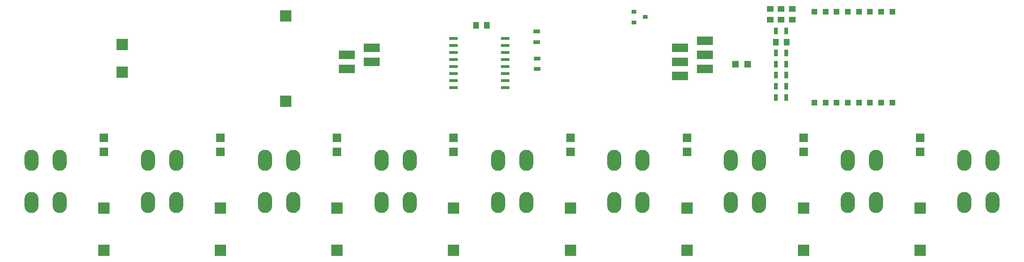
<source format=gbr>
G04 #@! TF.FileFunction,Soldermask,Top*
%FSLAX46Y46*%
G04 Gerber Fmt 4.6, Leading zero omitted, Abs format (unit mm)*
G04 Created by KiCad (PCBNEW 4.0.7-e2-6376~58~ubuntu16.04.1) date Thu Jul 12 19:01:00 2018*
%MOMM*%
%LPD*%
G01*
G04 APERTURE LIST*
%ADD10C,0.100000*%
%ADD11O,2.540000X3.810000*%
%ADD12R,1.500000X0.600000*%
%ADD13R,2.000000X2.000000*%
%ADD14R,1.000000X1.000000*%
%ADD15R,1.500000X1.500000*%
%ADD16R,3.000000X1.500000*%
%ADD17R,1.250000X1.000000*%
%ADD18R,1.000000X1.250000*%
%ADD19R,1.200000X1.200000*%
%ADD20R,0.900000X0.800000*%
%ADD21R,0.700000X1.300000*%
%ADD22R,1.300000X0.700000*%
G04 APERTURE END LIST*
D10*
D11*
X52920000Y-118380000D03*
X52920000Y-126000000D03*
X58000000Y-118380000D03*
X58000000Y-126000000D03*
X73920000Y-118380000D03*
X73920000Y-126000000D03*
X79000000Y-118380000D03*
X79000000Y-126000000D03*
X95000000Y-118380000D03*
X95000000Y-126000000D03*
X100080000Y-118380000D03*
X100080000Y-126000000D03*
X116000000Y-118380000D03*
X116000000Y-126000000D03*
X121080000Y-118380000D03*
X121080000Y-126000000D03*
X137000000Y-118380000D03*
X137000000Y-126000000D03*
X142080000Y-118380000D03*
X142080000Y-126000000D03*
X157920000Y-118380000D03*
X157920000Y-126000000D03*
X163000000Y-118380000D03*
X163000000Y-126000000D03*
X178920000Y-118380000D03*
X178920000Y-126000000D03*
X184000000Y-118380000D03*
X184000000Y-126000000D03*
X200000000Y-118380000D03*
X200000000Y-126000000D03*
X205080000Y-118380000D03*
X205080000Y-126000000D03*
X221000000Y-118380000D03*
X221000000Y-126000000D03*
X226080000Y-118380000D03*
X226080000Y-126000000D03*
D12*
X129000000Y-96380000D03*
X129000000Y-97650000D03*
X129000000Y-98920000D03*
X129000000Y-100190000D03*
X129000000Y-101460000D03*
X129000000Y-102730000D03*
X129000000Y-104000000D03*
X129000000Y-105270000D03*
X138300000Y-105270000D03*
X138300000Y-104000000D03*
X138300000Y-102730000D03*
X138300000Y-101460000D03*
X138300000Y-100190000D03*
X138300000Y-98920000D03*
X138300000Y-97650000D03*
X138300000Y-96380000D03*
D13*
X69300000Y-97500000D03*
X69300000Y-102500000D03*
X98700000Y-92300000D03*
X98700000Y-107700000D03*
D14*
X208000000Y-91500000D03*
X206000000Y-91500000D03*
X204000000Y-91500000D03*
X202000000Y-91500000D03*
X200000000Y-91500000D03*
X198000000Y-91500000D03*
X196000000Y-91500000D03*
X194000000Y-91500000D03*
X194000000Y-108000000D03*
X196000000Y-108000000D03*
X198000000Y-108000000D03*
X200000000Y-108000000D03*
X202000000Y-108000000D03*
X204000000Y-108000000D03*
X206000000Y-108000000D03*
X208000000Y-108000000D03*
D15*
X66000000Y-114300000D03*
X66000000Y-116840000D03*
D13*
X66000000Y-127000000D03*
X66000000Y-134620000D03*
D15*
X87000000Y-114300000D03*
X87000000Y-116840000D03*
D13*
X87000000Y-127000000D03*
X87000000Y-134620000D03*
D15*
X108000000Y-114300000D03*
X108000000Y-116840000D03*
D13*
X108000000Y-127000000D03*
X108000000Y-134620000D03*
D15*
X129000000Y-114300000D03*
X129000000Y-116840000D03*
D13*
X129000000Y-127000000D03*
X129000000Y-134620000D03*
D15*
X150000000Y-114300000D03*
X150000000Y-116840000D03*
D13*
X150000000Y-127000000D03*
X150000000Y-134620000D03*
D15*
X171000000Y-114300000D03*
X171000000Y-116840000D03*
D13*
X171000000Y-127000000D03*
X171000000Y-134620000D03*
D15*
X192000000Y-114300000D03*
X192000000Y-116840000D03*
D13*
X192000000Y-127000000D03*
X192000000Y-134620000D03*
D15*
X213000000Y-114300000D03*
X213000000Y-116840000D03*
D13*
X213000000Y-127000000D03*
X213000000Y-134620000D03*
D16*
X174250000Y-96825000D03*
X169750000Y-98095000D03*
X174250000Y-99365000D03*
X169750000Y-100635000D03*
X174250000Y-101905000D03*
X169750000Y-103175000D03*
X114250000Y-98095000D03*
X109750000Y-99365000D03*
X114250000Y-100635000D03*
X109750000Y-101905000D03*
D17*
X186000000Y-93000000D03*
X186000000Y-91000000D03*
X188000000Y-93000000D03*
X188000000Y-91000000D03*
X190000000Y-93000000D03*
X190000000Y-91000000D03*
D18*
X187000000Y-97000000D03*
X189000000Y-97000000D03*
D19*
X182000000Y-101000000D03*
X179800000Y-101000000D03*
D20*
X161500000Y-91550000D03*
X161500000Y-93450000D03*
X163500000Y-92500000D03*
D21*
X187000000Y-101000000D03*
X188900000Y-101000000D03*
D22*
X143950000Y-95100000D03*
X143950000Y-97000000D03*
X144000000Y-100000000D03*
X144000000Y-101900000D03*
D21*
X188900000Y-103000000D03*
X187000000Y-103000000D03*
X188900000Y-105000000D03*
X187000000Y-105000000D03*
X188900000Y-95000000D03*
X187000000Y-95000000D03*
X188900000Y-99000000D03*
X187000000Y-99000000D03*
X188900000Y-107000000D03*
X187000000Y-107000000D03*
D18*
X135000000Y-94000000D03*
X133000000Y-94000000D03*
M02*

</source>
